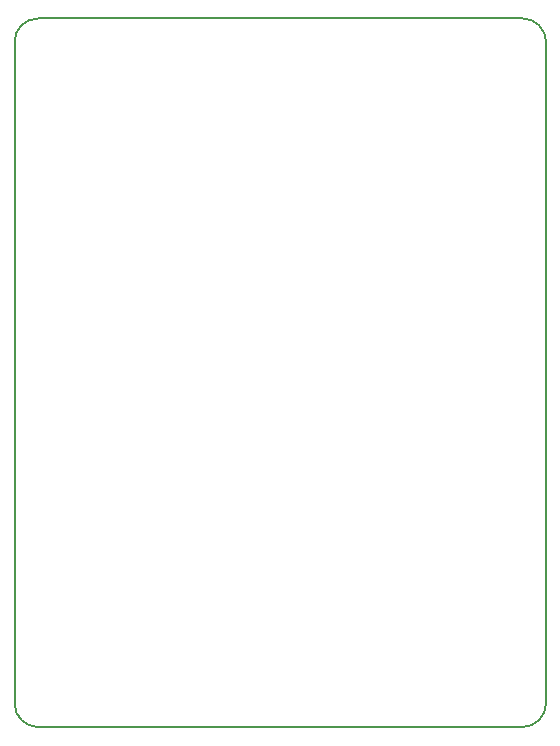
<source format=gbr>
%TF.GenerationSoftware,KiCad,Pcbnew,(6.0.4)*%
%TF.CreationDate,2022-10-14T21:27:48-05:00*%
%TF.ProjectId,Joystick-DPAD,4a6f7973-7469-4636-9b2d-445041442e6b,rev?*%
%TF.SameCoordinates,Original*%
%TF.FileFunction,Profile,NP*%
%FSLAX46Y46*%
G04 Gerber Fmt 4.6, Leading zero omitted, Abs format (unit mm)*
G04 Created by KiCad (PCBNEW (6.0.4)) date 2022-10-14 21:27:48*
%MOMM*%
%LPD*%
G01*
G04 APERTURE LIST*
%TA.AperFunction,Profile*%
%ADD10C,0.200000*%
%TD*%
G04 APERTURE END LIST*
D10*
X120570011Y-137340000D02*
G75*
G03*
X122570000Y-139340000I1999965J-35D01*
G01*
X163570000Y-139340059D02*
G75*
G03*
X165570000Y-137340000I-24J2000024D01*
G01*
X165570011Y-81340000D02*
G75*
G03*
X163570000Y-79340000I-2000035J-35D01*
G01*
X122570000Y-79340059D02*
G75*
G03*
X120570000Y-81340000I-24J-1999976D01*
G01*
X161070000Y-139340000D02*
X163570000Y-139340000D01*
X125070000Y-139340000D02*
X122570000Y-139340000D01*
X161070000Y-79340000D02*
X163570000Y-79340000D01*
X125070000Y-79340000D02*
X122570000Y-79340000D01*
X161070000Y-79340000D02*
X125070000Y-79340000D01*
X165570000Y-137340000D02*
X165570000Y-81340000D01*
X125070000Y-139340000D02*
X161070000Y-139340000D01*
X120570000Y-81340000D02*
X120570000Y-137340000D01*
M02*

</source>
